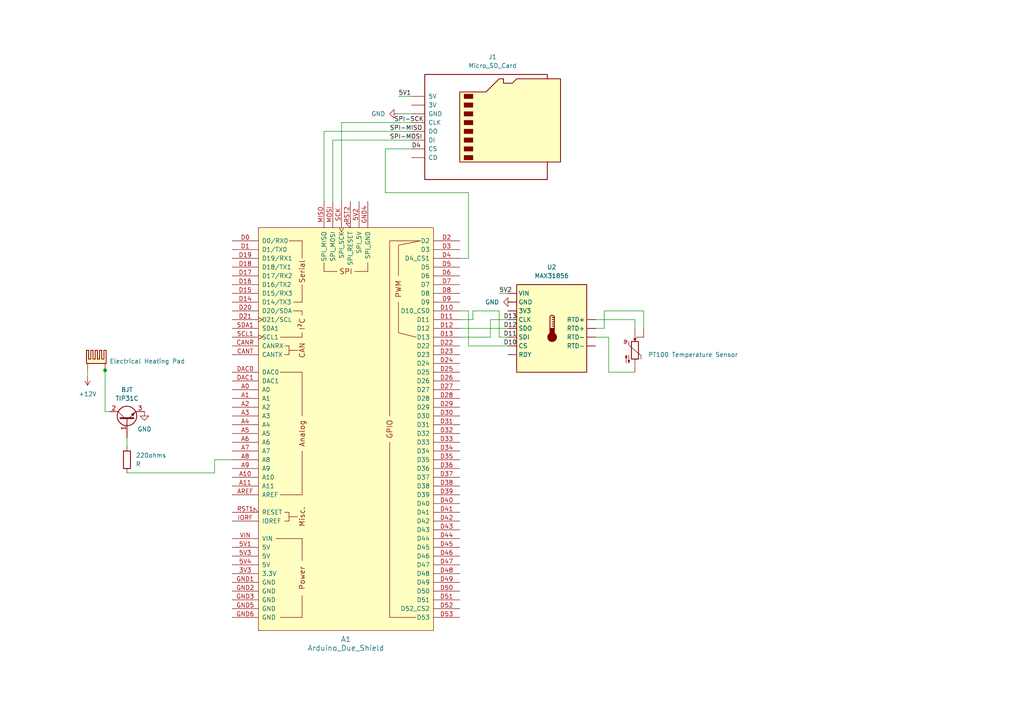
<source format=kicad_sch>
(kicad_sch (version 20230121) (generator eeschema)
  (paper "A4")
  (lib_symbols
    (symbol "Connector:Micro_SD_Card" (pin_names (offset 1.016))
      (property "Reference" "J1" (at 0.635 19.05 0))
      (property "Value" "Micro_SD_Card" (at 0.635 16.51 0))
      (symbol "Micro_SD_Card_0_1"
        (rectangle (start -7.62 -9.525) (end -5.08 -10.795) (fill (type outline)))
        (rectangle (start -7.62 -6.985) (end -5.08 -8.255) (fill (type outline)))
        (rectangle (start -7.62 -4.445) (end -5.08 -5.715) (fill (type outline)))
        (rectangle (start -7.62 -1.905) (end -5.08 -3.175) (fill (type outline)))
        (rectangle (start -7.62 0.635) (end -5.08 -0.635) (fill (type outline)))
        (rectangle (start -7.62 3.175) (end -5.08 1.905) (fill (type outline)))
        (rectangle (start -7.62 5.715) (end -5.08 4.445) (fill (type outline)))
        (rectangle (start -7.62 8.255) (end -5.08 6.985) (fill (type outline)))
        (polyline (pts (xy 16.51 12.7) (xy 16.51 13.97) (xy -19.05 13.97) (xy -19.05 -16.51) (xy 16.51 -16.51) (xy 16.51 -11.43)) (stroke (width 0.254)))
        (polyline (pts (xy -8.89 -11.43) (xy -8.89 8.89) (xy -1.27 8.89) (xy 2.54 12.7) (xy 3.81 12.7) (xy 3.81 11.43) (xy 6.35 11.43) (xy 7.62 12.7) (xy 20.32 12.7) (xy 20.32 -11.43) (xy -8.89 -11.43)) (stroke (width 0.254)) (fill (type background)))
      )
      (symbol "Micro_SD_Card_1_1"
        (pin bidirectional line (at -22.86 5.08 0) (length 3.81) (name "3V") (number ""))
        (pin power_in line (at -22.86 7.62 0) (length 3.81) (name "5V") (number ""))
        (pin bidirectional line (at -22.86 -10.16 0) (length 3.81) (name "CD") (number ""))
        (pin input line (at -22.86 0 0) (length 3.81) (name "CLK") (number ""))
        (pin bidirectional line (at -22.86 -7.62 0) (length 3.81) (name "CS") (number ""))
        (pin bidirectional line (at -22.86 -5.08 0) (length 3.81) (name "DI") (number ""))
        (pin power_in line (at -22.86 -2.54 0) (length 3.81) (name "DO") (number ""))
        (pin free line (at -22.86 2.54 0) (length 3.81) (name "GND") (number ""))
      )
    )
    (symbol "Device:R" (pin_numbers hide) (pin_names (offset 0))
      (property "Reference" "R" (at 2.032 0 90))
      (property "Value" "R" (at 0 0 90))
      (symbol "R_0_1"
        (rectangle (start -1.016 -2.54) (end 1.016 2.54) (stroke (width 0.254)))
      )
      (symbol "R_1_1"
        (pin passive line (at 0 3.81 270) (length 1.27) (name "~") (number "1"))
        (pin passive line (at 0 -3.81 90) (length 1.27) (name "~") (number "2"))
      )
    )
    (symbol "Device:Thermistor_NTC_3Wire" (pin_names (offset 0))
      (property "Reference" "TH1" (at -6.35 -15.24 0))
      (property "Value" "Thermistor_NTC_3Wire" (at 3.81 -1.27 0))
      (symbol "Thermistor_NTC_3Wire_0_1"
        (arc (start -3.048 2.159) (mid -3.0495 2.3143) (end -3.175 2.413))
        (arc (start -3.048 2.159) (mid -2.9736 1.9794) (end -2.794 1.905))
        (arc (start -3.048 2.794) (mid -2.9736 2.6144) (end -2.794 2.54))
        (arc (start -2.794 1.905) (mid -2.6144 1.9794) (end -2.54 2.159))
        (arc (start -2.794 2.54) (mid -2.4393 2.5587) (end -2.159 2.794))
        (arc (start -2.794 3.048) (mid -2.9736 2.9736) (end -3.048 2.794))
        (arc (start -2.54 2.794) (mid -2.6144 2.9736) (end -2.794 3.048))
        (rectangle (start -1.016 2.54) (end 1.016 -2.54) (stroke (width 0.254)))
        (polyline (pts (xy -2.54 2.159) (xy -2.54 2.794)))
        (polyline (pts (xy 0 -3.81) (xy 0 -2.54)))
        (polyline (pts (xy 0 3.81) (xy 0 2.54)))
        (polyline (pts (xy 2.54 3.81) (xy 0.635 3.81) (xy 0 3.175)))
        (polyline (pts (xy -1.778 2.54) (xy -1.778 1.524) (xy 1.778 -1.524) (xy 1.778 -2.54)))
        (polyline (pts (xy -2.54 -3.683) (xy -2.54 -1.397) (xy -2.794 -2.159) (xy -2.286 -2.159) (xy -2.54 -1.397) (xy -2.54 -1.651)) (fill (type outline)))
        (polyline (pts (xy -1.778 -1.397) (xy -1.778 -3.683) (xy -2.032 -2.921) (xy -1.524 -2.921) (xy -1.778 -3.683) (xy -1.778 -3.429)) (fill (type outline)))
        (circle (center 0 3.175) (radius 0.2794) (fill (type outline)))
      )
      (symbol "Thermistor_NTC_3Wire_1_1"
        (pin passive line (at 0 -6.35 90) (length 2.54) (name "~") (number ""))
        (pin passive line (at 0 6.35 270) (length 2.54) (name "~") (number ""))
        (pin passive line (at 2.54 6.35 270) (length 2.54) (name "~") (number ""))
      )
    )
    (symbol "MAX31856_1"
      (property "Reference" "U2" (at 0 17.78 0))
      (property "Value" "MAX31856" (at 0 15.24 0))
      (symbol "MAX31856_1_0_1"
        (rectangle (start -10.16 12.7) (end 10.16 -12.7) (stroke (width 0.254)) (fill (type background)))
        (circle (center -0.127 -2.54) (radius 1.27) (stroke (width 0.254)) (fill (type outline)))
        (polyline (pts (xy -0.762 0.635) (xy -0.127 0.635)) (stroke (width 0.254)))
        (polyline (pts (xy -0.762 1.27) (xy -0.127 1.27)) (stroke (width 0.254)))
        (polyline (pts (xy -0.762 1.905) (xy -0.127 1.905)) (stroke (width 0.254)))
        (polyline (pts (xy -0.762 2.54) (xy -0.127 2.54)) (stroke (width 0.254)))
        (polyline (pts (xy -0.762 3.175) (xy -0.762 0)) (stroke (width 0.254)))
        (polyline (pts (xy -0.762 3.175) (xy -0.127 3.175)) (stroke (width 0.254)))
        (polyline (pts (xy 0.508 3.175) (xy 0.508 0)) (stroke (width 0.254)))
        (rectangle (start 0.508 -1.905) (end -0.762 0) (stroke (width 0.254)) (fill (type outline)))
        (arc (start 0.508 3.175) (mid -0.127 3.8073) (end -0.762 3.175) (stroke (width 0.254)))
      )
      (symbol "MAX31856_1_1_1"
        (pin output line (at 12.7 5.08 180) (length 2.54) (name "3V3") (number ""))
        (pin output line (at 12.7 2.54 180) (length 2.54) (name "CLK") (number ""))
        (pin input line (at 12.7 -5.08 180) (length 2.54) (name "CS") (number ""))
        (pin output line (at 12.7 7.62 180) (length 2.54) (name "GND") (number ""))
        (pin input line (at 12.7 -7.62 180) (length 2.54) (name "RDY") (number ""))
        (pin input line (at -12.7 0 0) (length 2.54) (name "RTD+") (number ""))
        (pin input line (at -12.7 2.54 0) (length 2.54) (name "RTD+") (number ""))
        (pin input line (at -12.7 -5.08 0) (length 2.54) (name "RTD-") (number ""))
        (pin input line (at -12.7 -2.54 0) (length 2.54) (name "RTD-") (number ""))
        (pin input line (at 12.7 -2.54 180) (length 2.54) (name "SDI") (number ""))
        (pin output line (at 12.7 0 180) (length 2.54) (name "SDO") (number ""))
        (pin output line (at 12.7 10.16 180) (length 2.54) (name "VIN") (number ""))
        (pin no_connect line (at -10.16 -7.62 0) (length 2.54) hide (name "DNC") (number "6"))
      )
    )
    (symbol "Mechanical:Heatsink_Pad_2Pin" (pin_names (offset 0))
      (property "Value" "Electrical Heating Pad" (at 3.81 -0.635 0))
      (symbol "Heatsink_Pad_2Pin_0_1"
        (polyline (pts (xy -0.3302 0) (xy -0.9652 0) (xy -0.9652 2.54) (xy -1.6002 2.54) (xy -1.6002 0) (xy -2.2352 0) (xy -2.2352 2.54) (xy -2.8702 2.54) (xy -2.8702 -1.27) (xy -0.9652 -1.27)) (stroke (width 0.254)) (fill (type background)))
        (polyline (pts (xy -0.3302 0) (xy -0.3302 2.54) (xy 0.3048 2.54) (xy 0.3048 0) (xy 0.9398 0) (xy 0.9398 2.54) (xy 1.5748 2.54) (xy 1.5748 0) (xy 2.2098 0) (xy 2.2098 2.54) (xy 2.8448 2.54) (xy 2.8448 -1.27) (xy -0.9652 -1.27)) (stroke (width 0.254)) (fill (type background)))
      )
      (symbol "Heatsink_Pad_2Pin_1_1"
        (pin passive line (at -2.54 -3.3 90) (length 2) (name "") (number ""))
        (pin passive line (at 2.54 -3.27 90) (length 2) (name "") (number ""))
      )
    )
    (symbol "PCM_arduino-library:Arduino_Due_Shield" (pin_names (offset 1.016))
      (property "Reference" "A" (at 0 -62.23 0))
      (property "Value" "Arduino_Due_Shield" (at 0 -66.04 0))
      (symbol "Arduino_Due_Shield_0_0"
        (rectangle (start -25.4 -58.42) (end 25.4 58.42) (fill (type background)))
        (rectangle (start -20.32 -31.75) (end -12.7 -31.75))
        (rectangle (start -19.05 -54.61) (end -12.7 -54.61))
        (rectangle (start -19.05 -19.05) (end -12.7 -19.05))
        (rectangle (start -19.05 16.51) (end -12.7 16.51))
        (rectangle (start -19.05 26.67) (end -12.7 26.67))
        (rectangle (start -17.78 -26.67) (end -16.51 -26.67))
        (rectangle (start -17.78 -24.13) (end -16.51 -24.13))
        (rectangle (start -17.78 21.59) (end -16.51 21.59))
        (rectangle (start -17.78 24.13) (end -16.51 24.13))
        (rectangle (start -16.51 -25.4) (end -13.97 -25.4))
        (rectangle (start -16.51 -24.13) (end -16.51 -26.67))
        (rectangle (start -16.51 22.86) (end -13.97 22.86))
        (rectangle (start -16.51 24.13) (end -16.51 21.59))
        (rectangle (start -16.51 54.61) (end -12.7 54.61))
        (rectangle (start -15.24 34.29) (end -12.7 34.29))
        (rectangle (start -15.24 36.83) (end -12.7 36.83))
        (rectangle (start -12.7 -54.61) (end -12.7 -48.26))
        (rectangle (start -12.7 -31.75) (end -12.7 -38.1))
        (rectangle (start -12.7 -6.35) (end -12.7 -19.05))
        (rectangle (start -12.7 16.51) (end -12.7 3.81))
        (rectangle (start -12.7 26.67) (end -12.7 27.94))
        (rectangle (start -12.7 34.29) (end -12.7 33.02))
        (rectangle (start -12.7 41.91) (end -12.7 36.83))
        (rectangle (start -12.7 49.53) (end -12.7 54.61))
        (rectangle (start -6.35 48.26) (end -6.35 45.72))
        (rectangle (start -2.54 45.72) (end -6.35 45.72))
        (polyline (pts (xy 12.7 -54.61) (xy 20.32 -54.61)))
        (polyline (pts (xy 21.59 54.61) (xy 12.7 54.61)))
        (polyline (pts (xy 15.24 44.45) (xy 15.24 53.34) (xy 21.59 54.61)))
        (polyline (pts (xy 20.32 26.67) (xy 15.24 27.94) (xy 15.24 36.83)))
        (rectangle (start 6.35 45.72) (end 2.54 45.72))
        (rectangle (start 6.35 48.26) (end 6.35 45.72))
        (text "Analog" (at -12.7 -1.27 900) (effects (font (size 1.524 1.524))))
        (text "CAN" (at -12.7 22.86 900) (effects (font (size 1.524 1.524))))
        (text "I²C" (at -12.7 30.48 900) (effects (font (size 1.524 1.524))))
        (text "Misc." (at -12.7 -25.4 900) (effects (font (size 1.524 1.524))))
        (text "Power" (at -12.7 -43.18 900) (effects (font (size 1.524 1.524))))
        (text "PWM" (at 15.24 40.64 900) (effects (font (size 1.524 1.524))))
        (text "Serial" (at -12.7 45.72 900) (effects (font (size 1.524 1.524))))
        (text "SPI" (at 0 45.72 0) (effects (font (size 1.524 1.524))))
      )
      (symbol "Arduino_Due_Shield_1_0"
        (rectangle (start 12.7 -54.61) (end 12.7 -3.81))
        (rectangle (start 12.7 54.61) (end 12.7 3.81))
        (text "GPIO" (at 12.7 0 900) (effects (font (size 1.524 1.524))))
      )
      (symbol "Arduino_Due_Shield_1_1"
        (pin power_out line (at -33.02 -41.91 0) (length 7.62) (name "3.3V") (number "3V3"))
        (pin power_in line (at -33.02 -34.29 0) (length 7.62) (name "5V") (number "5V1"))
        (pin power_in line (at 3.81 66.04 270) (length 7.62) (name "SPI_5V") (number "5V2"))
        (pin power_in line (at -33.02 -36.83 0) (length 7.62) (name "5V") (number "5V3"))
        (pin power_in line (at -33.02 -39.37 0) (length 7.62) (name "5V") (number "5V4"))
        (pin bidirectional line (at -33.02 11.43 0) (length 7.62) (name "A0") (number "A0"))
        (pin bidirectional line (at -33.02 8.89 0) (length 7.62) (name "A1") (number "A1"))
        (pin bidirectional line (at -33.02 -13.97 0) (length 7.62) (name "A10") (number "A10"))
        (pin bidirectional line (at -33.02 -16.51 0) (length 7.62) (name "A11") (number "A11"))
        (pin bidirectional line (at -33.02 6.35 0) (length 7.62) (name "A2") (number "A2"))
        (pin bidirectional line (at -33.02 3.81 0) (length 7.62) (name "A3") (number "A3"))
        (pin bidirectional line (at -33.02 1.27 0) (length 7.62) (name "A4") (number "A4"))
        (pin bidirectional line (at -33.02 -1.27 0) (length 7.62) (name "A5") (number "A5"))
        (pin bidirectional line (at -33.02 -3.81 0) (length 7.62) (name "A6") (number "A6"))
        (pin bidirectional line (at -33.02 -6.35 0) (length 7.62) (name "A7") (number "A7"))
        (pin bidirectional line (at -33.02 -8.89 0) (length 7.62) (name "A8") (number "A8"))
        (pin bidirectional line (at -33.02 -11.43 0) (length 7.62) (name "A9") (number "A9"))
        (pin input line (at -33.02 -19.05 0) (length 7.62) (name "AREF") (number "AREF"))
        (pin bidirectional line (at -33.02 24.13 0) (length 7.62) (name "CANRX") (number "CANR"))
        (pin bidirectional line (at -33.02 21.59 0) (length 7.62) (name "CANTX") (number "CANT"))
        (pin bidirectional line (at -33.02 54.61 0) (length 7.62) (name "D0/RX0") (number "D0"))
        (pin bidirectional line (at -33.02 52.07 0) (length 7.62) (name "D1/TX0") (number "D1"))
        (pin bidirectional line (at 33.02 34.29 180) (length 7.62) (name "D10_CS0") (number "D10"))
        (pin bidirectional line (at 33.02 31.75 180) (length 7.62) (name "D11") (number "D11"))
        (pin bidirectional line (at 33.02 29.21 180) (length 7.62) (name "D12") (number "D12"))
        (pin bidirectional line (at 33.02 26.67 180) (length 7.62) (name "D13") (number "D13"))
        (pin bidirectional line (at -33.02 36.83 0) (length 7.62) (name "D14/TX3") (number "D14"))
        (pin bidirectional line (at -33.02 39.37 0) (length 7.62) (name "D15/RX3") (number "D15"))
        (pin bidirectional line (at -33.02 41.91 0) (length 7.62) (name "D16/TX2") (number "D16"))
        (pin bidirectional line (at -33.02 44.45 0) (length 7.62) (name "D17/RX2") (number "D17"))
        (pin bidirectional line (at -33.02 46.99 0) (length 7.62) (name "D18/TX1") (number "D18"))
        (pin bidirectional line (at -33.02 49.53 0) (length 7.62) (name "D19/RX1") (number "D19"))
        (pin bidirectional line (at 33.02 54.61 180) (length 7.62) (name "D2") (number "D2"))
        (pin bidirectional line (at -33.02 34.29 0) (length 7.62) (name "D20/SDA") (number "D20"))
        (pin bidirectional clock (at -33.02 31.75 0) (length 7.62) (name "D21/SCL") (number "D21"))
        (pin bidirectional line (at 33.02 24.13 180) (length 7.62) (name "D22") (number "D22"))
        (pin bidirectional line (at 33.02 21.59 180) (length 7.62) (name "D23") (number "D23"))
        (pin bidirectional line (at 33.02 19.05 180) (length 7.62) (name "D24") (number "D24"))
        (pin bidirectional line (at 33.02 16.51 180) (length 7.62) (name "D25") (number "D25"))
        (pin bidirectional line (at 33.02 13.97 180) (length 7.62) (name "D26") (number "D26"))
        (pin bidirectional line (at 33.02 11.43 180) (length 7.62) (name "D27") (number "D27"))
        (pin bidirectional line (at 33.02 8.89 180) (length 7.62) (name "D28") (number "D28"))
        (pin bidirectional line (at 33.02 6.35 180) (length 7.62) (name "D29") (number "D29"))
        (pin bidirectional line (at 33.02 52.07 180) (length 7.62) (name "D3") (number "D3"))
        (pin bidirectional line (at 33.02 3.81 180) (length 7.62) (name "D30") (number "D30"))
        (pin bidirectional line (at 33.02 1.27 180) (length 7.62) (name "D31") (number "D31"))
        (pin bidirectional line (at 33.02 -1.27 180) (length 7.62) (name "D32") (number "D32"))
        (pin bidirectional line (at 33.02 -3.81 180) (length 7.62) (name "D33") (number "D33"))
        (pin bidirectional line (at 33.02 -6.35 180) (length 7.62) (name "D34") (number "D34"))
        (pin bidirectional line (at 33.02 -8.89 180) (length 7.62) (name "D35") (number "D35"))
        (pin bidirectional line (at 33.02 -11.43 180) (length 7.62) (name "D36") (number "D36"))
        (pin bidirectional line (at 33.02 -13.97 180) (length 7.62) (name "D37") (number "D37"))
        (pin bidirectional line (at 33.02 -16.51 180) (length 7.62) (name "D38") (number "D38"))
        (pin bidirectional line (at 33.02 -19.05 180) (length 7.62) (name "D39") (number "D39"))
        (pin bidirectional line (at 33.02 49.53 180) (length 7.62) (name "D4_CS1") (number "D4"))
        (pin bidirectional line (at 33.02 -21.59 180) (length 7.62) (name "D40") (number "D40"))
        (pin bidirectional line (at 33.02 -24.13 180) (length 7.62) (name "D41") (number "D41"))
        (pin bidirectional line (at 33.02 -26.67 180) (length 7.62) (name "D42") (number "D42"))
        (pin bidirectional line (at 33.02 -29.21 180) (length 7.62) (name "D43") (number "D43"))
        (pin bidirectional line (at 33.02 -31.75 180) (length 7.62) (name "D44") (number "D44"))
        (pin bidirectional line (at 33.02 -34.29 180) (length 7.62) (name "D45") (number "D45"))
        (pin bidirectional line (at 33.02 -36.83 180) (length 7.62) (name "D46") (number "D46"))
        (pin bidirectional line (at 33.02 -39.37 180) (length 7.62) (name "D47") (number "D47"))
        (pin bidirectional line (at 33.02 -41.91 180) (length 7.62) (name "D48") (number "D48"))
        (pin bidirectional line (at 33.02 -44.45 180) (length 7.62) (name "D49") (number "D49"))
        (pin bidirectional line (at 33.02 46.99 180) (length 7.62) (name "D5") (number "D5"))
        (pin bidirectional line (at 33.02 -46.99 180) (length 7.62) (name "D50") (number "D50"))
        (pin bidirectional line (at 33.02 -49.53 180) (length 7.62) (name "D51") (number "D51"))
        (pin bidirectional line (at 33.02 -52.07 180) (length 7.62) (name "D52_CS2") (number "D52"))
        (pin bidirectional line (at 33.02 -54.61 180) (length 7.62) (name "D53") (number "D53"))
        (pin bidirectional line (at 33.02 44.45 180) (length 7.62) (name "D6") (number "D6"))
        (pin bidirectional line (at 33.02 41.91 180) (length 7.62) (name "D7") (number "D7"))
        (pin bidirectional line (at 33.02 39.37 180) (length 7.62) (name "D8") (number "D8"))
        (pin bidirectional line (at 33.02 36.83 180) (length 7.62) (name "D9") (number "D9"))
        (pin bidirectional line (at -33.02 16.51 0) (length 7.62) (name "DAC0") (number "DAC0"))
        (pin bidirectional line (at -33.02 13.97 0) (length 7.62) (name "DAC1") (number "DAC1"))
        (pin power_in line (at -33.02 -44.45 0) (length 7.62) (name "GND") (number "GND1"))
        (pin power_in line (at -33.02 -46.99 0) (length 7.62) (name "GND") (number "GND2"))
        (pin power_in line (at -33.02 -49.53 0) (length 7.62) (name "GND") (number "GND3"))
        (pin power_in line (at 6.35 66.04 270) (length 7.62) (name "SPI_GND") (number "GND4"))
        (pin power_in line (at -33.02 -52.07 0) (length 7.62) (name "GND") (number "GND5"))
        (pin power_in line (at -33.02 -54.61 0) (length 7.62) (name "GND") (number "GND6"))
        (pin output line (at -33.02 -26.67 0) (length 7.62) (name "IOREF") (number "IORF"))
        (pin input line (at -6.35 66.04 270) (length 7.62) (name "SPI_MISO") (number "MISO"))
        (pin output line (at -3.81 66.04 270) (length 7.62) (name "SPI_MOSI") (number "MOSI"))
        (pin open_collector input_low (at -33.02 -24.13 0) (length 7.62) (name "RESET") (number "RST1"))
        (pin open_collector input_low (at 1.27 66.04 270) (length 7.62) (name "SPI_RESET") (number "RST2"))
        (pin output clock (at -1.27 66.04 270) (length 7.62) (name "SPI_SCK") (number "SCK"))
        (pin bidirectional clock (at -33.02 26.67 0) (length 7.62) (name "SCL1") (number "SCL1"))
        (pin bidirectional line (at -33.02 29.21 0) (length 7.62) (name "SDA1") (number "SDA1"))
        (pin power_in line (at -33.02 -31.75 0) (length 7.62) (name "VIN") (number "VIN"))
      )
    )
    (symbol "Transistor_BJT:TIP41C" (pin_names (offset 0) hide)
      (property "Reference" "Q" (at 6.35 1.905 0))
      (property "Value" "TIP41C" (at 6.35 0 0))
      (symbol "TIP41C_0_1"
        (polyline (pts (xy 0.635 0.635) (xy 2.54 2.54)))
        (polyline (pts (xy 0.635 -0.635) (xy 2.54 -2.54) (xy 2.54 -2.54)))
        (polyline (pts (xy 0.635 1.905) (xy 0.635 -1.905) (xy 0.635 -1.905)) (stroke (width 0.508)))
        (polyline (pts (xy 1.27 -1.778) (xy 1.778 -1.27) (xy 2.286 -2.286) (xy 1.27 -1.778) (xy 1.27 -1.778)) (fill (type outline)))
        (circle (center 1.27 0) (radius 2.8194) (stroke (width 0.254)))
      )
      (symbol "TIP41C_1_1"
        (pin input line (at -5.08 0 0) (length 5.715) (name "B") (number "1"))
        (pin passive line (at 2.54 5.08 270) (length 2.54) (name "C") (number "2"))
        (pin passive line (at 2.54 -5.08 90) (length 2.54) (name "E") (number "3"))
      )
    )
    (symbol "power:+12V" (power) (pin_names (offset 0))
      (property "Value" "+12V" (at 0 3.556 0))
      (symbol "+12V_0_1"
        (polyline (pts (xy -0.762 1.27) (xy 0 2.54)))
        (polyline (pts (xy 0 0) (xy 0 2.54)))
        (polyline (pts (xy 0 2.54) (xy 0.762 1.27)))
      )
      (symbol "+12V_1_1"
        (pin power_in line (at 0 0 90) (length 0) hide (name "+12V") (number "1"))
      )
    )
    (symbol "power:GND" (power) (pin_names (offset 0))
      (property "Value" "GND" (at 0 -3.81 0))
      (symbol "GND_0_1"
        (polyline (pts (xy 0 0) (xy 0 -1.27) (xy 1.27 -1.27) (xy 0 -2.54) (xy -1.27 -1.27) (xy 0 -1.27)))
      )
      (symbol "GND_1_1"
        (pin power_in line (at 0 0 270) (length 0) hide (name "GND") (number "1"))
      )
    )
  )
  (junction (at 30.48 107.41))
  (wire (pts (xy 142.24 92.71) (xy 142.24 97.79)))
  (wire (pts (xy 99.06 35.56) (xy 119.38 35.56)))
  (wire (pts (xy 148.59 87.63) (xy 147.32 87.63)))
  (wire (pts (xy 175.26 90.17) (xy 186.69 90.17)))
  (wire (pts (xy 144.78 85.09) (xy 147.32 85.09)))
  (wire (pts (xy 62.23 133.35) (xy 67.31 133.35)))
  (wire (pts (xy 30.48 106.68) (xy 30.48 107.41)))
  (wire (pts (xy 176.53 97.79) (xy 176.53 107.95)))
  (wire (pts (xy 96.52 58.42) (xy 96.52 40.64)))
  (wire (pts (xy 137.16 92.71) (xy 133.35 92.71)))
  (wire (pts (xy 62.23 137.16) (xy 62.23 133.35)))
  (wire (pts (xy 172.72 95.25) (xy 175.26 95.25)))
  (wire (pts (xy 147.32 92.71) (xy 142.24 92.71)))
  (wire (pts (xy 144.78 90.17) (xy 137.16 90.17)))
  (wire (pts (xy 93.98 58.42) (xy 93.98 38.1)))
  (wire (pts (xy 184.15 95.25) (xy 184.15 92.71)))
  (wire (pts (xy 175.26 95.25) (xy 175.26 90.17)))
  (wire (pts (xy 142.24 97.79) (xy 133.35 97.79)))
  (wire (pts (xy 186.69 90.17) (xy 186.69 95.25)))
  (wire (pts (xy 115.57 27.94) (xy 119.38 27.94)))
  (wire (pts (xy 133.35 90.17) (xy 135.89 90.17)))
  (wire (pts (xy 30.48 107.41) (xy 30.48 119.38)))
  (wire (pts (xy 133.35 95.25) (xy 147.32 95.25)))
  (wire (pts (xy 137.16 90.17) (xy 137.16 92.71)))
  (wire (pts (xy 147.32 97.79) (xy 144.78 97.79)))
  (wire (pts (xy 135.89 100.33) (xy 135.89 90.17)))
  (wire (pts (xy 31.75 119.38) (xy 30.48 119.38)))
  (wire (pts (xy 93.98 38.1) (xy 119.38 38.1)))
  (wire (pts (xy 36.83 127) (xy 36.83 129.54)))
  (wire (pts (xy 99.06 58.42) (xy 99.06 35.56)))
  (wire (pts (xy 25.4 107.44) (xy 25.4 109.22)))
  (wire (pts (xy 133.35 74.93) (xy 135.89 74.93)))
  (wire (pts (xy 96.52 40.64) (xy 119.38 40.64)))
  (wire (pts (xy 176.53 107.95) (xy 184.15 107.95)))
  (wire (pts (xy 111.76 43.18) (xy 119.38 43.18)))
  (wire (pts (xy 111.76 55.88) (xy 111.76 43.18)))
  (wire (pts (xy 172.72 97.79) (xy 176.53 97.79)))
  (wire (pts (xy 135.89 74.93) (xy 135.89 55.88)))
  (wire (pts (xy 144.78 97.79) (xy 144.78 90.17)))
  (wire (pts (xy 184.15 92.71) (xy 172.72 92.71)))
  (wire (pts (xy 135.89 55.88) (xy 111.76 55.88)))
  (wire (pts (xy 115.57 33.02) (xy 119.38 33.02)))
  (wire (pts (xy 36.83 137.16) (xy 62.23 137.16)))
  (wire (pts (xy 147.32 100.33) (xy 135.89 100.33)))
  (label "D13" (at 146.05 92.71 0))
  (label "5V1" (at 115.57 27.94 0))
  (label "SPI-MISO" (at 113.03 38.1 0))
  (label "SPI-MOSI" (at 113.03 40.64 0))
  (label "D10" (at 146.05 100.33 0))
  (label "D12" (at 146.05 95.25 0))
  (label "D11" (at 146.05 97.79 0))
  (label "5V2" (at 144.78 85.09 0))
  (label "D4" (at 119.38 43.18 0))
  (label "SPI-SCK" (at 114.3 35.56 0))
  (symbol (lib_id "power:GND") (at 148.59 87.63 270) (unit 1)
    (property "Reference" "#PWR04" (effects hide))
    (property "Value" "GND" (at 144.78 87.63 90) (effects (justify right)))
  )
  (symbol (lib_id "Mechanical:Heatsink_Pad_2Pin") (at 27.94 104.14 0) (unit 1)
    (property "Reference" "HS1" (effects hide))
    (property "Value" "Electrical Heating Pad" (at 31.75 104.775 0) (effects (justify left)))
  )
  (symbol (lib_id "Device:Thermistor_NTC_3Wire") (at 184.15 101.6 0) (unit 1)
    (property "Reference" "TH1" (effects hide))
    (property "Value" "PT100 Temperature Sensor " (at 187.96 102.87 0) (effects (justify left)))
  )
  (symbol (lib_id "Device:R") (at 36.83 133.35 0) (unit 1)
    (property "Reference" "220ohms" (at 39.37 132.08 0) (effects (justify left)))
    (property "Value" "R" (at 39.37 134.62 0) (effects (justify left)))
  )
  (symbol (lib_id "PCM_arduino-library:Arduino_Due_Shield") (at 100.33 124.46 0) (unit 1)
    (property "Reference" "A1" (at 100.33 185.42 0) (effects (font (size 1.524 1.524))))
    (property "Value" "Arduino_Due_Shield" (at 100.33 187.96 0) (effects (font (size 1.524 1.524))))
    (property "Footprint" "PCM_arduino-library:Arduino_Due_Shield" (effects hide))
    (property "Datasheet" "https://docs.arduino.cc/hardware/due" (effects hide))
  )
  (symbol (lib_id "power:+12V") (at 25.4 109.22 0) (mirror x) (unit 1)
    (property "Reference" "#PWR01" (effects hide))
    (property "Value" "+12V" (at 25.4 114.3 0))
  )
  (symbol (lib_id "power:GND") (at 115.57 33.02 270) (unit 1)
    (property "Reference" "#PWR03" (effects hide))
    (property "Value" "GND" (at 111.76 33.02 90) (effects (justify right)))
  )
  (symbol (lib_id "Transistor_BJT:TIP41C") (at 36.83 121.92 90) (unit 1)
    (property "Reference" "BJT" (at 36.83 113.03 90))
    (property "Value" "TIP31C" (at 36.83 115.57 90))
    (property "Footprint" "Package_TO_SOT_THT:TO-220-3_Vertical" (effects hide))
    (property "Datasheet" "https://www.centralsemi.com/get_document.php?cmp=1&mergetype=pd&mergepath=pd&pdf_id=tip41.PDF" (effects hide))
  )
  (symbol (lib_name "MAX31856_1") (lib_id "Sensor_Temperature:MAX31856") (at 160.02 95.25 0) (mirror y) (unit 1)
    (property "Reference" "U2" (at 160.02 77.47 0))
    (property "Value" "MAX31856" (at 160.02 80.01 0))
    (property "Footprint" "Package_SO:TSSOP-14_4.4x5mm_P0.65mm" (effects hide))
    (property "Datasheet" "https://datasheets.maximintegrated.com/en/ds/MAX31856.pdf" (effects hide))
  )
  (symbol (lib_id "power:GND") (at 41.91 119.38 0) (unit 1)
    (property "Reference" "#PWR02" (effects hide))
    (property "Value" "GND" (at 41.91 124.46 0))
  )
  (symbol (lib_id "Connector:Micro_SD_Card") (at 142.24 35.56 0) (unit 1)
    (property "Reference" "J1" (at 142.875 16.51 0))
    (property "Value" "Micro_SD_Card" (at 142.875 19.05 0))
    (property "Datasheet" "http://katalog.we-online.de/em/datasheet/693072010801.pdf" (effects hide))
  )
)
</source>
